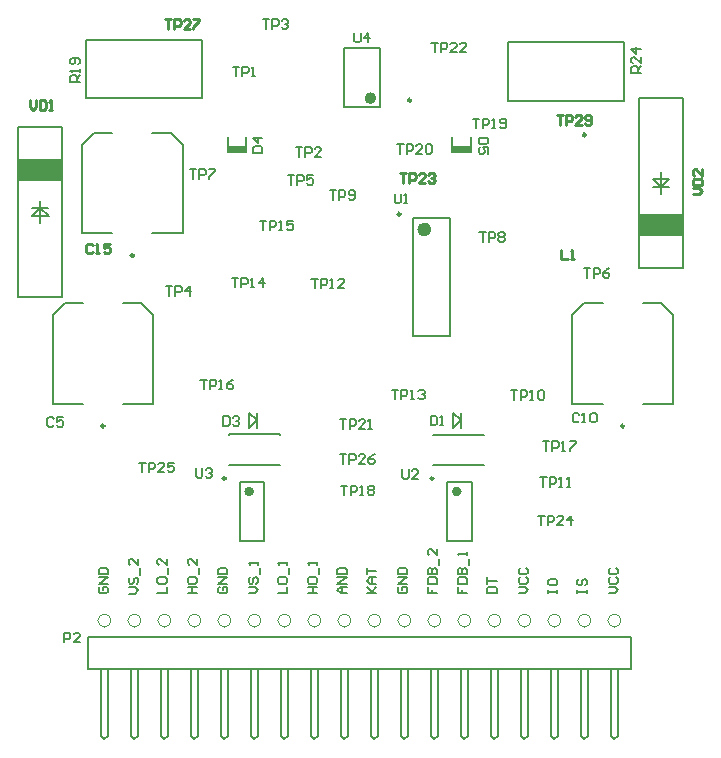
<source format=gbr>
%TF.GenerationSoftware,Altium Limited,Altium Designer,24.3.1 (35)*%
G04 Layer_Color=65535*
%FSLAX43Y43*%
%MOMM*%
%TF.SameCoordinates,9DAA59CA-406A-4E62-98C5-13318CB5E6F2*%
%TF.FilePolarity,Positive*%
%TF.FileFunction,Legend,Top*%
%TF.Part,Single*%
G01*
G75*
%TA.AperFunction,NonConductor*%
%ADD41C,0.200*%
%ADD42C,0.254*%
%ADD54C,0.250*%
%ADD55C,0.500*%
%ADD56C,0.600*%
%ADD57C,0.400*%
%ADD58C,0.013*%
%ADD59R,3.650X1.850*%
%ADD60R,1.587X0.508*%
D41*
X55245Y38496D02*
Y39096D01*
X55945D01*
X55245D02*
Y40396D01*
X54545Y39096D02*
X55245D01*
X54538Y39803D02*
X55952D01*
X55245Y39096D02*
X55952Y39803D01*
X54538D02*
X55245Y39096D01*
X53420Y32246D02*
X57095D01*
X53420D02*
Y46596D01*
X57095Y32246D02*
Y46596D01*
X53420D02*
X57095D01*
X12190Y43677D02*
X13740D01*
X7240D02*
X8790D01*
X6240Y42677D02*
X7240Y43677D01*
X13740D02*
X14740Y42677D01*
Y35177D02*
Y42677D01*
X6240Y35177D02*
Y42677D01*
Y35177D02*
X8790D01*
X12190D02*
X14740D01*
X28421Y45836D02*
X31421D01*
X28421D02*
Y50836D01*
X31421D01*
Y45836D02*
Y50836D01*
X2692Y37307D02*
Y37907D01*
X1992Y37307D02*
X2692D01*
Y36007D02*
Y37307D01*
X3392D01*
X1985Y36600D02*
X3400D01*
X1985D02*
X2692Y37307D01*
X3400Y36600D01*
X842Y44157D02*
X4517D01*
Y29807D02*
Y44157D01*
X842Y29807D02*
Y44157D01*
Y29807D02*
X4517D01*
X42298Y51329D02*
X52078D01*
X42298Y46369D02*
Y51329D01*
Y46369D02*
X52078D01*
Y51329D01*
X6586Y51558D02*
X16366D01*
X6586Y46598D02*
Y51558D01*
Y46598D02*
X16366D01*
Y51558D01*
X34214Y26496D02*
X37414D01*
X34214Y36496D02*
X37414D01*
Y26496D02*
Y36496D01*
X34214Y26496D02*
Y36496D01*
X53700Y20750D02*
X56250D01*
X47750D02*
X50300D01*
X47750D02*
Y28250D01*
X56250Y20750D02*
Y28250D01*
X55250Y29250D02*
X56250Y28250D01*
X47750D02*
X48750Y29250D01*
X50300D01*
X53700D02*
X55250D01*
X19575Y9108D02*
Y14108D01*
X21675Y9108D02*
Y14108D01*
X19575D02*
X21675D01*
X19575Y9108D02*
X21675D01*
X35925Y15513D02*
Y15565D01*
Y18065D02*
Y18117D01*
Y15512D02*
X40225D01*
X35925Y18117D02*
X40225D01*
Y15513D02*
Y15565D01*
Y18065D02*
Y18117D01*
X38302Y18684D02*
Y19954D01*
X37667D02*
X38302Y19319D01*
X37667Y18684D02*
X38302Y19319D01*
X37667Y18684D02*
Y19954D01*
X20395Y18709D02*
Y19979D01*
Y18709D02*
X21030Y19344D01*
X20395Y19979D02*
X21030Y19344D01*
Y18709D02*
Y19979D01*
X22953Y18090D02*
Y18142D01*
Y15538D02*
Y15590D01*
X18653Y18143D02*
X22953D01*
X18653Y15538D02*
X22953D01*
X18653Y18090D02*
Y18142D01*
Y15538D02*
Y15590D01*
X37152Y9108D02*
X39252D01*
X37152Y14108D02*
X39252D01*
Y9108D02*
Y14108D01*
X37152Y9108D02*
Y14108D01*
X20155Y42037D02*
Y43307D01*
X18605Y42037D02*
Y43307D01*
Y42037D02*
X20155D01*
X39129Y42062D02*
Y43332D01*
X37579Y42062D02*
Y43332D01*
Y42062D02*
X39129D01*
X9700Y29250D02*
X11250D01*
X4750D02*
X6300D01*
X3750Y28250D02*
X4750Y29250D01*
X11250D02*
X12250Y28250D01*
Y20750D02*
Y28250D01*
X3750Y20750D02*
Y28250D01*
Y20750D02*
X6300D01*
X9700D02*
X12250D01*
X12888Y-7427D02*
Y-1702D01*
X13528Y-7427D02*
Y-1702D01*
X12888Y-7427D02*
X13208Y-7627D01*
X13528Y-7427D01*
X15428D02*
Y-1702D01*
X16068Y-7427D02*
Y-1702D01*
X15428Y-7427D02*
X15748Y-7627D01*
X16068Y-7427D01*
X20828Y-7627D02*
X21148Y-7427D01*
X20508D02*
X20828Y-7627D01*
X21148Y-7427D02*
Y-1702D01*
X20508Y-7427D02*
Y-1702D01*
X18288Y-7627D02*
X18608Y-7427D01*
X17968D02*
X18288Y-7627D01*
X18608Y-7427D02*
Y-1702D01*
X17968Y-7427D02*
Y-1702D01*
X23048Y-7427D02*
Y-1702D01*
X23688Y-7427D02*
Y-1702D01*
X23048Y-7427D02*
X23368Y-7627D01*
X23688Y-7427D01*
X25588D02*
Y-1702D01*
X26228Y-7427D02*
Y-1702D01*
X25588Y-7427D02*
X25908Y-7627D01*
X26228Y-7427D01*
X28448Y-7627D02*
X28768Y-7427D01*
X28128D02*
X28448Y-7627D01*
X28768Y-7427D02*
Y-1702D01*
X28128Y-7427D02*
Y-1702D01*
X33528Y-7627D02*
X33848Y-7427D01*
X33208D02*
X33528Y-7627D01*
X33848Y-7427D02*
Y-1702D01*
X33208Y-7427D02*
Y-1702D01*
X43688Y-7627D02*
X44008Y-7427D01*
X43368D02*
X43688Y-7627D01*
X44008Y-7427D02*
Y-1702D01*
X43368Y-7427D02*
Y-1702D01*
X48768Y-7627D02*
X49088Y-7427D01*
X48448D02*
X48768Y-7627D01*
X49088Y-7427D02*
Y-1702D01*
X48448Y-7427D02*
Y-1702D01*
X51308Y-7627D02*
X51628Y-7427D01*
X50988D02*
X51308Y-7627D01*
X51628Y-7427D02*
Y-1702D01*
X50988Y-7427D02*
Y-1702D01*
X6708Y988D02*
X52728D01*
X6708Y-1702D02*
Y988D01*
Y-1702D02*
X52728D01*
Y988D01*
X45908Y-7427D02*
Y-1702D01*
X46548Y-7427D02*
Y-1702D01*
X45908Y-7427D02*
X46228Y-7627D01*
X46548Y-7427D01*
X40828D02*
Y-1702D01*
X41468Y-7427D02*
Y-1702D01*
X40828Y-7427D02*
X41148Y-7627D01*
X41468Y-7427D01*
X38608Y-7627D02*
X38928Y-7427D01*
X38288D02*
X38608Y-7627D01*
X38928Y-7427D02*
Y-1702D01*
X38288Y-7427D02*
Y-1702D01*
X35748Y-7427D02*
Y-1702D01*
X36388Y-7427D02*
Y-1702D01*
X35748Y-7427D02*
X36068Y-7627D01*
X36388Y-7427D01*
X30668D02*
Y-1702D01*
X31308Y-7427D02*
Y-1702D01*
X30668Y-7427D02*
X30988Y-7627D01*
X31308Y-7427D01*
X10668Y-7627D02*
X10988Y-7427D01*
X10348D02*
X10668Y-7627D01*
X10988Y-7427D02*
Y-1702D01*
X10348Y-7427D02*
Y-1702D01*
X8128Y-7627D02*
X8448Y-7427D01*
X7808D02*
X8128Y-7627D01*
X8448Y-7427D02*
Y-1702D01*
X7808Y-7427D02*
Y-1702D01*
X30344Y4700D02*
X31144D01*
X30877D01*
X30344Y5233D01*
X30744Y4833D01*
X31144Y5233D01*
Y5500D02*
X30610D01*
X30344Y5766D01*
X30610Y6033D01*
X31144D01*
X30744D01*
Y5500D01*
X30344Y6299D02*
Y6833D01*
Y6566D01*
X31144D01*
X28654Y4700D02*
X28121D01*
X27855Y4967D01*
X28121Y5233D01*
X28654D01*
X28255D01*
Y4700D01*
X28654Y5500D02*
X27855D01*
X28654Y6033D01*
X27855D01*
Y6299D02*
X28654D01*
Y6699D01*
X28521Y6833D01*
X27988D01*
X27855Y6699D01*
Y6299D01*
X33093Y5233D02*
X32960Y5100D01*
Y4833D01*
X33093Y4700D01*
X33627D01*
X33760Y4833D01*
Y5100D01*
X33627Y5233D01*
X33360D01*
Y4967D01*
X33760Y5500D02*
X32960D01*
X33760Y6033D01*
X32960D01*
Y6299D02*
X33760D01*
Y6699D01*
X33627Y6833D01*
X33093D01*
X32960Y6699D01*
Y6299D01*
X35494Y5233D02*
Y4700D01*
X35894D01*
Y4967D01*
Y4700D01*
X36293D01*
X35494Y5500D02*
X36293D01*
Y5900D01*
X36160Y6033D01*
X35627D01*
X35494Y5900D01*
Y5500D01*
Y6299D02*
X36293D01*
Y6699D01*
X36160Y6833D01*
X36027D01*
X35894Y6699D01*
Y6299D01*
Y6699D01*
X35760Y6833D01*
X35627D01*
X35494Y6699D01*
Y6299D01*
X36427Y7099D02*
Y7632D01*
X36293Y8432D02*
Y7899D01*
X35760Y8432D01*
X35627D01*
X35494Y8299D01*
Y8032D01*
X35627Y7899D01*
X40555Y4700D02*
X41354D01*
Y5100D01*
X41221Y5233D01*
X40688D01*
X40555Y5100D01*
Y4700D01*
Y5500D02*
Y6033D01*
Y5766D01*
X41354D01*
X38034Y5233D02*
Y4700D01*
X38434D01*
Y4967D01*
Y4700D01*
X38834D01*
X38034Y5500D02*
X38834D01*
Y5900D01*
X38700Y6033D01*
X38167D01*
X38034Y5900D01*
Y5500D01*
Y6299D02*
X38834D01*
Y6699D01*
X38700Y6833D01*
X38567D01*
X38434Y6699D01*
Y6299D01*
Y6699D01*
X38300Y6833D01*
X38167D01*
X38034Y6699D01*
Y6299D01*
X38967Y7099D02*
Y7632D01*
X38834Y7899D02*
Y8166D01*
Y8032D01*
X38034D01*
X38167Y7899D01*
X48175Y4700D02*
Y4967D01*
Y4833D01*
X48974D01*
Y4700D01*
Y4967D01*
X48308Y5900D02*
X48175Y5766D01*
Y5500D01*
X48308Y5366D01*
X48441D01*
X48575Y5500D01*
Y5766D01*
X48708Y5900D01*
X48841D01*
X48974Y5766D01*
Y5500D01*
X48841Y5366D01*
X45685Y4700D02*
Y4967D01*
Y4833D01*
X46485D01*
Y4700D01*
Y4967D01*
X45685Y5766D02*
Y5500D01*
X45819Y5366D01*
X46352D01*
X46485Y5500D01*
Y5766D01*
X46352Y5900D01*
X45819D01*
X45685Y5766D01*
X43196Y4700D02*
X43729D01*
X43996Y4967D01*
X43729Y5233D01*
X43196D01*
X43330Y6033D02*
X43196Y5900D01*
Y5633D01*
X43330Y5500D01*
X43863D01*
X43996Y5633D01*
Y5900D01*
X43863Y6033D01*
X43330Y6833D02*
X43196Y6699D01*
Y6433D01*
X43330Y6299D01*
X43863D01*
X43996Y6433D01*
Y6699D01*
X43863Y6833D01*
X50816Y4700D02*
X51349D01*
X51616Y4967D01*
X51349Y5233D01*
X50816D01*
X50950Y6033D02*
X50816Y5900D01*
Y5633D01*
X50950Y5500D01*
X51483D01*
X51616Y5633D01*
Y5900D01*
X51483Y6033D01*
X50950Y6833D02*
X50816Y6699D01*
Y6433D01*
X50950Y6299D01*
X51483D01*
X51616Y6433D01*
Y6699D01*
X51483Y6833D01*
X25359Y4700D02*
X26159D01*
X25759D01*
Y5233D01*
X25359D01*
X26159D01*
X25359Y5900D02*
Y5633D01*
X25492Y5500D01*
X26026D01*
X26159Y5633D01*
Y5900D01*
X26026Y6033D01*
X25492D01*
X25359Y5900D01*
X26292Y6299D02*
Y6833D01*
X26159Y7099D02*
Y7366D01*
Y7233D01*
X25359D01*
X25492Y7099D01*
X17879Y5233D02*
X17745Y5100D01*
Y4833D01*
X17879Y4700D01*
X18412D01*
X18545Y4833D01*
Y5100D01*
X18412Y5233D01*
X18145D01*
Y4967D01*
X18545Y5500D02*
X17745D01*
X18545Y6033D01*
X17745D01*
Y6299D02*
X18545D01*
Y6699D01*
X18412Y6833D01*
X17879D01*
X17745Y6699D01*
Y6299D01*
X20330Y4700D02*
X20863D01*
X21130Y4967D01*
X20863Y5233D01*
X20330D01*
X20463Y6033D02*
X20330Y5900D01*
Y5633D01*
X20463Y5500D01*
X20597D01*
X20730Y5633D01*
Y5900D01*
X20863Y6033D01*
X20996D01*
X21130Y5900D01*
Y5633D01*
X20996Y5500D01*
X21263Y6299D02*
Y6833D01*
X21130Y7099D02*
Y7366D01*
Y7233D01*
X20330D01*
X20463Y7099D01*
X22819Y4700D02*
X23619D01*
Y5233D01*
X22819Y5900D02*
Y5633D01*
X22952Y5500D01*
X23486D01*
X23619Y5633D01*
Y5900D01*
X23486Y6033D01*
X22952D01*
X22819Y5900D01*
X23752Y6299D02*
Y6833D01*
X23619Y7099D02*
Y7366D01*
Y7233D01*
X22819D01*
X22952Y7099D01*
X12608Y4700D02*
X13408D01*
Y5233D01*
X12608Y5900D02*
Y5633D01*
X12742Y5500D01*
X13275D01*
X13408Y5633D01*
Y5900D01*
X13275Y6033D01*
X12742D01*
X12608Y5900D01*
X13541Y6299D02*
Y6833D01*
X13408Y7632D02*
Y7099D01*
X12875Y7632D01*
X12742D01*
X12608Y7499D01*
Y7233D01*
X12742Y7099D01*
X15174Y4700D02*
X15974D01*
X15574D01*
Y5233D01*
X15174D01*
X15974D01*
X15174Y5900D02*
Y5633D01*
X15307Y5500D01*
X15840D01*
X15974Y5633D01*
Y5900D01*
X15840Y6033D01*
X15307D01*
X15174Y5900D01*
X16107Y6299D02*
Y6833D01*
X15974Y7632D02*
Y7099D01*
X15440Y7632D01*
X15307D01*
X15174Y7499D01*
Y7233D01*
X15307Y7099D01*
X10195Y4670D02*
X10729D01*
X10995Y4937D01*
X10729Y5204D01*
X10195D01*
X10329Y6003D02*
X10195Y5870D01*
Y5603D01*
X10329Y5470D01*
X10462D01*
X10595Y5603D01*
Y5870D01*
X10729Y6003D01*
X10862D01*
X10995Y5870D01*
Y5603D01*
X10862Y5470D01*
X11128Y6270D02*
Y6803D01*
X10995Y7603D02*
Y7070D01*
X10462Y7603D01*
X10329D01*
X10195Y7470D01*
Y7203D01*
X10329Y7070D01*
X7770Y5233D02*
X7636Y5100D01*
Y4833D01*
X7770Y4700D01*
X8303D01*
X8436Y4833D01*
Y5100D01*
X8303Y5233D01*
X8036D01*
Y4967D01*
X8436Y5500D02*
X7636D01*
X8436Y6033D01*
X7636D01*
Y6299D02*
X8436D01*
Y6699D01*
X8303Y6833D01*
X7770D01*
X7636Y6699D01*
Y6299D01*
X28074Y16478D02*
X28607D01*
X28341D01*
Y15678D01*
X28874D02*
Y16478D01*
X29274D01*
X29407Y16345D01*
Y16078D01*
X29274Y15945D01*
X28874D01*
X30207Y15678D02*
X29673D01*
X30207Y16211D01*
Y16345D01*
X30073Y16478D01*
X29807D01*
X29673Y16345D01*
X31006Y16478D02*
X30740Y16345D01*
X30473Y16078D01*
Y15812D01*
X30607Y15678D01*
X30873D01*
X31006Y15812D01*
Y15945D01*
X30873Y16078D01*
X30473D01*
X11081Y15761D02*
X11615D01*
X11348D01*
Y14961D01*
X11881D02*
Y15761D01*
X12281D01*
X12414Y15628D01*
Y15361D01*
X12281Y15228D01*
X11881D01*
X13214Y14961D02*
X12681D01*
X13214Y15494D01*
Y15628D01*
X13081Y15761D01*
X12814D01*
X12681Y15628D01*
X14014Y15761D02*
X13481D01*
Y15361D01*
X13747Y15494D01*
X13881D01*
X14014Y15361D01*
Y15094D01*
X13881Y14961D01*
X13614D01*
X13481Y15094D01*
X44863Y11271D02*
X45397D01*
X45130D01*
Y10471D01*
X45663D02*
Y11271D01*
X46063D01*
X46196Y11138D01*
Y10871D01*
X46063Y10738D01*
X45663D01*
X46996Y10471D02*
X46463D01*
X46996Y11004D01*
Y11138D01*
X46863Y11271D01*
X46596D01*
X46463Y11138D01*
X47663Y10471D02*
Y11271D01*
X47263Y10871D01*
X47796D01*
X35821Y51301D02*
X36354D01*
X36088D01*
Y50502D01*
X36621D02*
Y51301D01*
X37021D01*
X37154Y51168D01*
Y50902D01*
X37021Y50768D01*
X36621D01*
X37954Y50502D02*
X37420D01*
X37954Y51035D01*
Y51168D01*
X37820Y51301D01*
X37554D01*
X37420Y51168D01*
X38753Y50502D02*
X38220D01*
X38753Y51035D01*
Y51168D01*
X38620Y51301D01*
X38354D01*
X38220Y51168D01*
X28080Y19424D02*
X28613D01*
X28347D01*
Y18625D01*
X28880D02*
Y19424D01*
X29280D01*
X29413Y19291D01*
Y19025D01*
X29280Y18891D01*
X28880D01*
X30213Y18625D02*
X29680D01*
X30213Y19158D01*
Y19291D01*
X30080Y19424D01*
X29813D01*
X29680Y19291D01*
X30480Y18625D02*
X30746D01*
X30613D01*
Y19424D01*
X30480Y19291D01*
X32925Y42691D02*
X33459D01*
X33192D01*
Y41891D01*
X33725D02*
Y42691D01*
X34125D01*
X34258Y42558D01*
Y42291D01*
X34125Y42158D01*
X33725D01*
X35058Y41891D02*
X34525D01*
X35058Y42424D01*
Y42558D01*
X34925Y42691D01*
X34658D01*
X34525Y42558D01*
X35325D02*
X35458Y42691D01*
X35725D01*
X35858Y42558D01*
Y42024D01*
X35725Y41891D01*
X35458D01*
X35325Y42024D01*
Y42558D01*
X39342Y44875D02*
X39875D01*
X39609D01*
Y44076D01*
X40142D02*
Y44875D01*
X40542D01*
X40675Y44742D01*
Y44475D01*
X40542Y44342D01*
X40142D01*
X40942Y44076D02*
X41208D01*
X41075D01*
Y44875D01*
X40942Y44742D01*
X41608Y44209D02*
X41741Y44076D01*
X42008D01*
X42141Y44209D01*
Y44742D01*
X42008Y44875D01*
X41741D01*
X41608Y44742D01*
Y44609D01*
X41741Y44475D01*
X42141D01*
X28166Y13814D02*
X28699D01*
X28433D01*
Y13014D01*
X28966D02*
Y13814D01*
X29366D01*
X29499Y13681D01*
Y13414D01*
X29366Y13281D01*
X28966D01*
X29766Y13014D02*
X30032D01*
X29899D01*
Y13814D01*
X29766Y13681D01*
X30432D02*
X30565Y13814D01*
X30832D01*
X30965Y13681D01*
Y13547D01*
X30832Y13414D01*
X30965Y13281D01*
Y13147D01*
X30832Y13014D01*
X30565D01*
X30432Y13147D01*
Y13281D01*
X30565Y13414D01*
X30432Y13547D01*
Y13681D01*
X30565Y13414D02*
X30832D01*
X45250Y17545D02*
X45783D01*
X45517D01*
Y16745D01*
X46050D02*
Y17545D01*
X46450D01*
X46583Y17412D01*
Y17145D01*
X46450Y17012D01*
X46050D01*
X46850Y16745D02*
X47116D01*
X46983D01*
Y17545D01*
X46850Y17412D01*
X47516Y17545D02*
X48049D01*
Y17412D01*
X47516Y16878D01*
Y16745D01*
X16253Y22777D02*
X16787D01*
X16520D01*
Y21978D01*
X17053D02*
Y22777D01*
X17453D01*
X17586Y22644D01*
Y22377D01*
X17453Y22244D01*
X17053D01*
X17853Y21978D02*
X18120D01*
X17986D01*
Y22777D01*
X17853Y22644D01*
X19053Y22777D02*
X18786Y22644D01*
X18519Y22377D01*
Y22111D01*
X18653Y21978D01*
X18919D01*
X19053Y22111D01*
Y22244D01*
X18919Y22377D01*
X18519D01*
X21308Y36239D02*
X21841D01*
X21575D01*
Y35440D01*
X22108D02*
Y36239D01*
X22508D01*
X22641Y36106D01*
Y35839D01*
X22508Y35706D01*
X22108D01*
X22908Y35440D02*
X23174D01*
X23041D01*
Y36239D01*
X22908Y36106D01*
X24107Y36239D02*
X23574D01*
Y35839D01*
X23841Y35973D01*
X23974D01*
X24107Y35839D01*
Y35573D01*
X23974Y35440D01*
X23707D01*
X23574Y35573D01*
X18920Y31388D02*
X19454D01*
X19187D01*
Y30588D01*
X19720D02*
Y31388D01*
X20120D01*
X20253Y31255D01*
Y30988D01*
X20120Y30855D01*
X19720D01*
X20520Y30588D02*
X20787D01*
X20653D01*
Y31388D01*
X20520Y31255D01*
X21586Y30588D02*
Y31388D01*
X21186Y30988D01*
X21720D01*
X32445Y21930D02*
X32978D01*
X32712D01*
Y21131D01*
X33245D02*
Y21930D01*
X33645D01*
X33778Y21797D01*
Y21531D01*
X33645Y21397D01*
X33245D01*
X34044Y21131D02*
X34311D01*
X34178D01*
Y21930D01*
X34044Y21797D01*
X34711D02*
X34844Y21930D01*
X35111D01*
X35244Y21797D01*
Y21664D01*
X35111Y21531D01*
X34977D01*
X35111D01*
X35244Y21397D01*
Y21264D01*
X35111Y21131D01*
X34844D01*
X34711Y21264D01*
X25651Y31337D02*
X26185D01*
X25918D01*
Y30537D01*
X26451D02*
Y31337D01*
X26851D01*
X26984Y31204D01*
Y30937D01*
X26851Y30804D01*
X26451D01*
X27251Y30537D02*
X27518D01*
X27384D01*
Y31337D01*
X27251Y31204D01*
X28451Y30537D02*
X27917D01*
X28451Y31070D01*
Y31204D01*
X28317Y31337D01*
X28051D01*
X27917Y31204D01*
X45028Y14497D02*
X45561D01*
X45294D01*
Y13697D01*
X45827D02*
Y14497D01*
X46227D01*
X46361Y14364D01*
Y14097D01*
X46227Y13964D01*
X45827D01*
X46627Y13697D02*
X46894D01*
X46761D01*
Y14497D01*
X46627Y14364D01*
X47294Y13697D02*
X47560D01*
X47427D01*
Y14497D01*
X47294Y14364D01*
X42568Y21863D02*
X43101D01*
X42834D01*
Y21063D01*
X43368D02*
Y21863D01*
X43767D01*
X43901Y21730D01*
Y21463D01*
X43767Y21330D01*
X43368D01*
X44167Y21063D02*
X44434D01*
X44301D01*
Y21863D01*
X44167Y21730D01*
X44834D02*
X44967Y21863D01*
X45234D01*
X45367Y21730D01*
Y21196D01*
X45234Y21063D01*
X44967D01*
X44834Y21196D01*
Y21730D01*
X27204Y38805D02*
X27737D01*
X27470D01*
Y38005D01*
X28004D02*
Y38805D01*
X28403D01*
X28537Y38671D01*
Y38405D01*
X28403Y38272D01*
X28004D01*
X28803Y38138D02*
X28937Y38005D01*
X29203D01*
X29337Y38138D01*
Y38671D01*
X29203Y38805D01*
X28937D01*
X28803Y38671D01*
Y38538D01*
X28937Y38405D01*
X29337D01*
X39878Y35274D02*
X40412D01*
X40145D01*
Y34474D01*
X40678D02*
Y35274D01*
X41078D01*
X41211Y35141D01*
Y34874D01*
X41078Y34741D01*
X40678D01*
X41478Y35141D02*
X41611Y35274D01*
X41878D01*
X42011Y35141D01*
Y35007D01*
X41878Y34874D01*
X42011Y34741D01*
Y34608D01*
X41878Y34474D01*
X41611D01*
X41478Y34608D01*
Y34741D01*
X41611Y34874D01*
X41478Y35007D01*
Y35141D01*
X41611Y34874D02*
X41878D01*
X15367Y40608D02*
X15901D01*
X15634D01*
Y39808D01*
X16167D02*
Y40608D01*
X16567D01*
X16700Y40475D01*
Y40208D01*
X16567Y40075D01*
X16167D01*
X16967Y40608D02*
X17500D01*
Y40475D01*
X16967Y39942D01*
Y39808D01*
X48743Y32226D02*
X49276D01*
X49010D01*
Y31426D01*
X49543D02*
Y32226D01*
X49943D01*
X50076Y32093D01*
Y31826D01*
X49943Y31693D01*
X49543D01*
X50876Y32226D02*
X50609Y32093D01*
X50343Y31826D01*
Y31560D01*
X50476Y31426D01*
X50742D01*
X50876Y31560D01*
Y31693D01*
X50742Y31826D01*
X50343D01*
X23673Y40100D02*
X24206D01*
X23940D01*
Y39300D01*
X24473D02*
Y40100D01*
X24873D01*
X25006Y39967D01*
Y39700D01*
X24873Y39567D01*
X24473D01*
X25806Y40100D02*
X25273D01*
Y39700D01*
X25539Y39833D01*
X25673D01*
X25806Y39700D01*
Y39434D01*
X25673Y39300D01*
X25406D01*
X25273Y39434D01*
X13335Y30702D02*
X13869D01*
X13602D01*
Y29902D01*
X14135D02*
Y30702D01*
X14535D01*
X14668Y30569D01*
Y30302D01*
X14535Y30169D01*
X14135D01*
X15335Y29902D02*
Y30702D01*
X14935Y30302D01*
X15468D01*
X21540Y53283D02*
X22073D01*
X21806D01*
Y52483D01*
X22339D02*
Y53283D01*
X22739D01*
X22873Y53149D01*
Y52883D01*
X22739Y52750D01*
X22339D01*
X23139Y53149D02*
X23272Y53283D01*
X23539D01*
X23672Y53149D01*
Y53016D01*
X23539Y52883D01*
X23406D01*
X23539D01*
X23672Y52750D01*
Y52616D01*
X23539Y52483D01*
X23272D01*
X23139Y52616D01*
X24334Y42462D02*
X24867D01*
X24600D01*
Y41663D01*
X25133D02*
Y42462D01*
X25533D01*
X25667Y42329D01*
Y42062D01*
X25533Y41929D01*
X25133D01*
X26466Y41663D02*
X25933D01*
X26466Y42196D01*
Y42329D01*
X26333Y42462D01*
X26066D01*
X25933Y42329D01*
X19006Y49269D02*
X19539D01*
X19273D01*
Y48470D01*
X19806D02*
Y49269D01*
X20206D01*
X20339Y49136D01*
Y48870D01*
X20206Y48736D01*
X19806D01*
X20605Y48470D02*
X20872D01*
X20739D01*
Y49269D01*
X20605Y49136D01*
X6039Y47997D02*
X5239D01*
Y48397D01*
X5372Y48530D01*
X5639D01*
X5772Y48397D01*
Y47997D01*
Y48264D02*
X6039Y48530D01*
Y48797D02*
Y49063D01*
Y48930D01*
X5239D01*
X5372Y48797D01*
X5905Y49463D02*
X6039Y49596D01*
Y49863D01*
X5905Y49996D01*
X5372D01*
X5239Y49863D01*
Y49596D01*
X5372Y49463D01*
X5506D01*
X5639Y49596D01*
Y49996D01*
X40608Y43237D02*
X39808D01*
Y42837D01*
X39942Y42704D01*
X40475D01*
X40608Y42837D01*
Y43237D01*
Y41904D02*
Y42437D01*
X40208D01*
X40341Y42171D01*
Y42037D01*
X40208Y41904D01*
X39942D01*
X39808Y42037D01*
Y42304D01*
X39942Y42437D01*
X20708Y42006D02*
X21507D01*
Y42405D01*
X21374Y42539D01*
X20841D01*
X20708Y42405D01*
Y42006D01*
X21507Y43205D02*
X20708D01*
X21107Y42805D01*
Y43338D01*
X53537Y48768D02*
X52737D01*
Y49168D01*
X52870Y49302D01*
X53137D01*
X53270Y49168D01*
Y48768D01*
Y49035D02*
X53537Y49302D01*
Y50101D02*
Y49568D01*
X53004Y50101D01*
X52870D01*
X52737Y49968D01*
Y49702D01*
X52870Y49568D01*
X53537Y50768D02*
X52737D01*
X53137Y50368D01*
Y50901D01*
X29280Y52140D02*
Y51473D01*
X29413Y51340D01*
X29680D01*
X29813Y51473D01*
Y52140D01*
X30480Y51340D02*
Y52140D01*
X30080Y51740D01*
X30613D01*
X4718Y540D02*
Y1340D01*
X5118D01*
X5252Y1206D01*
Y940D01*
X5118Y807D01*
X4718D01*
X6051Y540D02*
X5518D01*
X6051Y1073D01*
Y1206D01*
X5918Y1340D01*
X5651D01*
X5518Y1206D01*
X3829Y19469D02*
X3696Y19602D01*
X3429D01*
X3296Y19469D01*
Y18936D01*
X3429Y18803D01*
X3696D01*
X3829Y18936D01*
X4629Y19602D02*
X4096D01*
Y19202D01*
X4362Y19336D01*
X4496D01*
X4629Y19202D01*
Y18936D01*
X4496Y18803D01*
X4229D01*
X4096Y18936D01*
X18206Y19678D02*
Y18879D01*
X18606D01*
X18739Y19012D01*
Y19545D01*
X18606Y19678D01*
X18206D01*
X19005Y19545D02*
X19139Y19678D01*
X19405D01*
X19539Y19545D01*
Y19412D01*
X19405Y19279D01*
X19272D01*
X19405D01*
X19539Y19145D01*
Y19012D01*
X19405Y18879D01*
X19139D01*
X19005Y19012D01*
X35738Y19729D02*
Y18930D01*
X36138D01*
X36271Y19063D01*
Y19596D01*
X36138Y19729D01*
X35738D01*
X36538Y18930D02*
X36804D01*
X36671D01*
Y19729D01*
X36538Y19596D01*
X48327Y19825D02*
X48194Y19958D01*
X47927D01*
X47794Y19825D01*
Y19291D01*
X47927Y19158D01*
X48194D01*
X48327Y19291D01*
X48593Y19158D02*
X48860D01*
X48727D01*
Y19958D01*
X48593Y19825D01*
X49260D02*
X49393Y19958D01*
X49660D01*
X49793Y19825D01*
Y19291D01*
X49660Y19158D01*
X49393D01*
X49260Y19291D01*
Y19825D01*
X32690Y38525D02*
Y37859D01*
X32823Y37726D01*
X33090D01*
X33223Y37859D01*
Y38525D01*
X33490Y37726D02*
X33756D01*
X33623D01*
Y38525D01*
X33490Y38392D01*
X33344Y15183D02*
Y14516D01*
X33477Y14383D01*
X33744D01*
X33877Y14516D01*
Y15183D01*
X34677Y14383D02*
X34144D01*
X34677Y14916D01*
Y15049D01*
X34544Y15183D01*
X34277D01*
X34144Y15049D01*
X15894Y15259D02*
Y14592D01*
X16028Y14459D01*
X16294D01*
X16428Y14592D01*
Y15259D01*
X16694Y15126D02*
X16827Y15259D01*
X17094D01*
X17227Y15126D01*
Y14992D01*
X17094Y14859D01*
X16961D01*
X17094D01*
X17227Y14726D01*
Y14592D01*
X17094Y14459D01*
X16827D01*
X16694Y14592D01*
D42*
X46413Y45180D02*
X46946D01*
X46679D01*
Y44380D01*
X47213D02*
Y45180D01*
X47612D01*
X47746Y45047D01*
Y44780D01*
X47612Y44647D01*
X47213D01*
X48545Y44380D02*
X48012D01*
X48545Y44913D01*
Y45047D01*
X48412Y45180D01*
X48146D01*
X48012Y45047D01*
X48812Y44514D02*
X48945Y44380D01*
X49212D01*
X49345Y44514D01*
Y45047D01*
X49212Y45180D01*
X48945D01*
X48812Y45047D01*
Y44913D01*
X48945Y44780D01*
X49345D01*
X13240Y53283D02*
X13774D01*
X13507D01*
Y52483D01*
X14040D02*
Y53283D01*
X14440D01*
X14573Y53149D01*
Y52883D01*
X14440Y52750D01*
X14040D01*
X15373Y52483D02*
X14840D01*
X15373Y53016D01*
Y53149D01*
X15240Y53283D01*
X14973D01*
X14840Y53149D01*
X15640Y53283D02*
X16173D01*
Y53149D01*
X15640Y52616D01*
Y52483D01*
X57944Y38456D02*
X58477D01*
X58744Y38723D01*
X58477Y38989D01*
X57944D01*
Y39256D02*
X58744D01*
Y39656D01*
X58610Y39789D01*
X58077D01*
X57944Y39656D01*
Y39256D01*
X58744Y40589D02*
Y40056D01*
X58211Y40589D01*
X58077D01*
X57944Y40455D01*
Y40189D01*
X58077Y40056D01*
X1836Y46425D02*
Y45892D01*
X2102Y45625D01*
X2369Y45892D01*
Y46425D01*
X2635D02*
Y45625D01*
X3035D01*
X3168Y45758D01*
Y46291D01*
X3035Y46425D01*
X2635D01*
X3435Y45625D02*
X3702D01*
X3568D01*
Y46425D01*
X3435Y46291D01*
X33154Y40252D02*
X33687D01*
X33421D01*
Y39453D01*
X33954D02*
Y40252D01*
X34354D01*
X34487Y40119D01*
Y39853D01*
X34354Y39719D01*
X33954D01*
X35287Y39453D02*
X34753D01*
X35287Y39986D01*
Y40119D01*
X35153Y40252D01*
X34887D01*
X34753Y40119D01*
X35553D02*
X35687Y40252D01*
X35953D01*
X36086Y40119D01*
Y39986D01*
X35953Y39853D01*
X35820D01*
X35953D01*
X36086Y39719D01*
Y39586D01*
X35953Y39453D01*
X35687D01*
X35553Y39586D01*
X46812Y33786D02*
Y32987D01*
X47346D01*
X47612D02*
X47879D01*
X47745D01*
Y33786D01*
X47612Y33653D01*
X7128Y34150D02*
X6995Y34283D01*
X6728D01*
X6595Y34150D01*
Y33617D01*
X6728Y33484D01*
X6995D01*
X7128Y33617D01*
X7395Y33484D02*
X7661D01*
X7528D01*
Y34283D01*
X7395Y34150D01*
X8594Y34283D02*
X8061D01*
Y33884D01*
X8328Y34017D01*
X8461D01*
X8594Y33884D01*
Y33617D01*
X8461Y33484D01*
X8194D01*
X8061Y33617D01*
D54*
X10615Y33277D02*
G03*
X10615Y33277I-125J0D01*
G01*
X34096Y46431D02*
G03*
X34096Y46431I-125J0D01*
G01*
X48893Y43492D02*
G03*
X48893Y43492I-125J0D01*
G01*
X33214Y36791D02*
G03*
X33214Y36791I-125J0D01*
G01*
X52125Y18850D02*
G03*
X52125Y18850I-125J0D01*
G01*
X18410Y14423D02*
G03*
X18410Y14423I-125J0D01*
G01*
X35987D02*
G03*
X35987Y14423I-125J0D01*
G01*
X8125Y18850D02*
G03*
X8125Y18850I-125J0D01*
G01*
D55*
X30896Y46611D02*
G03*
X30896Y46611I-250J0D01*
G01*
D56*
X35514Y35496D02*
G03*
X35514Y35496I-300J0D01*
G01*
D57*
X20575Y13308D02*
G03*
X20575Y13308I-200J0D01*
G01*
X38152D02*
G03*
X38152Y13308I-200J0D01*
G01*
D58*
X13764Y2384D02*
G03*
X13764Y2384I-550J0D01*
G01*
X41704D02*
G03*
X41704Y2384I-550J0D01*
G01*
X39164D02*
G03*
X39164Y2384I-550J0D01*
G01*
X46784D02*
G03*
X46784Y2384I-550J0D01*
G01*
X8684D02*
G03*
X8684Y2384I-550J0D01*
G01*
X11224D02*
G03*
X11224Y2384I-550J0D01*
G01*
X51864D02*
G03*
X51864Y2384I-550J0D01*
G01*
X49324D02*
G03*
X49324Y2384I-550J0D01*
G01*
X44244D02*
G03*
X44244Y2384I-550J0D01*
G01*
X26464D02*
G03*
X26464Y2384I-550J0D01*
G01*
X23924D02*
G03*
X23924Y2384I-550J0D01*
G01*
X31544D02*
G03*
X31544Y2384I-550J0D01*
G01*
X21384D02*
G03*
X21384Y2384I-550J0D01*
G01*
X34084D02*
G03*
X34084Y2384I-550J0D01*
G01*
X16304D02*
G03*
X16304Y2384I-550J0D01*
G01*
X18844D02*
G03*
X18844Y2384I-550J0D01*
G01*
X29004D02*
G03*
X29004Y2384I-550J0D01*
G01*
X36624D02*
G03*
X36624Y2384I-550J0D01*
G01*
D59*
X55270Y35846D02*
D03*
X2667Y40557D02*
D03*
D60*
X19349Y42291D02*
D03*
X38322Y42316D02*
D03*
%TF.MD5,a9a1983cc6d9382ebcc9d088363ca5c6*%
M02*

</source>
